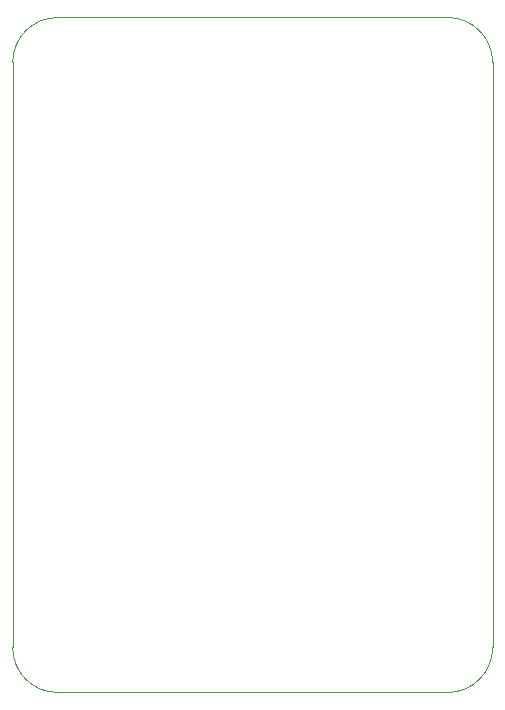
<source format=gm1>
%TF.GenerationSoftware,KiCad,Pcbnew,(6.0.7)*%
%TF.CreationDate,2022-09-23T10:31:46+02:00*%
%TF.ProjectId,GL019_LED_test,474c3031-395f-44c4-9544-5f746573742e,rev?*%
%TF.SameCoordinates,PX7df6180PY2cd02b0*%
%TF.FileFunction,Profile,NP*%
%FSLAX46Y46*%
G04 Gerber Fmt 4.6, Leading zero omitted, Abs format (unit mm)*
G04 Created by KiCad (PCBNEW (6.0.7)) date 2022-09-23 10:31:46*
%MOMM*%
%LPD*%
G01*
G04 APERTURE LIST*
%TA.AperFunction,Profile*%
%ADD10C,0.100000*%
%TD*%
G04 APERTURE END LIST*
D10*
X0Y-53340000D02*
X0Y-3810000D01*
X40640000Y-3810000D02*
G75*
G03*
X36830000Y0I-3810000J0D01*
G01*
X36830000Y-57150000D02*
G75*
G03*
X40640000Y-53340000I0J3810000D01*
G01*
X3810000Y0D02*
G75*
G03*
X0Y-3810000I0J-3810000D01*
G01*
X40640000Y-3810000D02*
X40640000Y-53340000D01*
X36830000Y-57150000D02*
X3810000Y-57150000D01*
X0Y-53340000D02*
G75*
G03*
X3810000Y-57150000I3810000J0D01*
G01*
X3810000Y0D02*
X36830000Y0D01*
M02*

</source>
